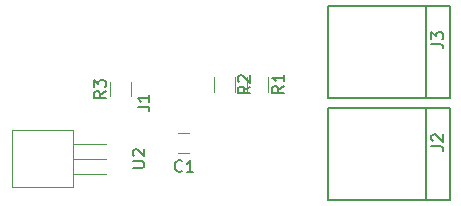
<source format=gbr>
G04 #@! TF.GenerationSoftware,KiCad,Pcbnew,(5.1.2)-2*
G04 #@! TF.CreationDate,2019-10-10T13:12:07+11:00*
G04 #@! TF.ProjectId,BoSL Probe,426f534c-2050-4726-9f62-652e6b696361,rev?*
G04 #@! TF.SameCoordinates,Original*
G04 #@! TF.FileFunction,Legend,Top*
G04 #@! TF.FilePolarity,Positive*
%FSLAX46Y46*%
G04 Gerber Fmt 4.6, Leading zero omitted, Abs format (unit mm)*
G04 Created by KiCad (PCBNEW (5.1.2)-2) date 2019-10-10 13:12:07*
%MOMM*%
%LPD*%
G04 APERTURE LIST*
%ADD10C,0.120000*%
%ADD11C,0.150000*%
G04 APERTURE END LIST*
D10*
X108050000Y-104250000D02*
X109050000Y-104250000D01*
X109050000Y-102550000D02*
X108050000Y-102550000D01*
X113920000Y-99050000D02*
X113920000Y-97850000D01*
X115680000Y-97850000D02*
X115680000Y-99050000D01*
X111120000Y-99050000D02*
X111120000Y-97850000D01*
X112880000Y-97850000D02*
X112880000Y-99050000D01*
X102320000Y-99450000D02*
X102320000Y-98250000D01*
X104080000Y-98250000D02*
X104080000Y-99450000D01*
X94000000Y-107130000D02*
X99190000Y-107130000D01*
X94000000Y-102330000D02*
X94000000Y-107130000D01*
X99190000Y-102330000D02*
X94000000Y-102330000D01*
X99190000Y-107130000D02*
X99190000Y-102330000D01*
X101980000Y-103460000D02*
X99190000Y-103460000D01*
X101980000Y-104730000D02*
X99190000Y-104730000D01*
X101980000Y-106000000D02*
X99190000Y-106000000D01*
D11*
X131080000Y-100400000D02*
X131080000Y-108240000D01*
X129080000Y-100400000D02*
X129080000Y-108240000D01*
X120780000Y-100400000D02*
X120780000Y-108240000D01*
X129080000Y-100400000D02*
X131080000Y-100400000D01*
X129080000Y-108240000D02*
X131080000Y-108240000D01*
X129080000Y-100400000D02*
X120780000Y-100400000D01*
X129080000Y-108240000D02*
X120780000Y-108240000D01*
X129080000Y-99600000D02*
X120780000Y-99600000D01*
X129080000Y-91760000D02*
X120780000Y-91760000D01*
X129080000Y-99600000D02*
X131080000Y-99600000D01*
X129080000Y-91760000D02*
X131080000Y-91760000D01*
X120780000Y-91760000D02*
X120780000Y-99600000D01*
X129080000Y-91760000D02*
X129080000Y-99600000D01*
X131080000Y-91760000D02*
X131080000Y-99600000D01*
X108433333Y-105757142D02*
X108385714Y-105804761D01*
X108242857Y-105852380D01*
X108147619Y-105852380D01*
X108004761Y-105804761D01*
X107909523Y-105709523D01*
X107861904Y-105614285D01*
X107814285Y-105423809D01*
X107814285Y-105280952D01*
X107861904Y-105090476D01*
X107909523Y-104995238D01*
X108004761Y-104900000D01*
X108147619Y-104852380D01*
X108242857Y-104852380D01*
X108385714Y-104900000D01*
X108433333Y-104947619D01*
X109385714Y-105852380D02*
X108814285Y-105852380D01*
X109100000Y-105852380D02*
X109100000Y-104852380D01*
X109004761Y-104995238D01*
X108909523Y-105090476D01*
X108814285Y-105138095D01*
X104652380Y-100333333D02*
X105366666Y-100333333D01*
X105509523Y-100380952D01*
X105604761Y-100476190D01*
X105652380Y-100619047D01*
X105652380Y-100714285D01*
X105652380Y-99333333D02*
X105652380Y-99904761D01*
X105652380Y-99619047D02*
X104652380Y-99619047D01*
X104795238Y-99714285D01*
X104890476Y-99809523D01*
X104938095Y-99904761D01*
X117052380Y-98566666D02*
X116576190Y-98900000D01*
X117052380Y-99138095D02*
X116052380Y-99138095D01*
X116052380Y-98757142D01*
X116100000Y-98661904D01*
X116147619Y-98614285D01*
X116242857Y-98566666D01*
X116385714Y-98566666D01*
X116480952Y-98614285D01*
X116528571Y-98661904D01*
X116576190Y-98757142D01*
X116576190Y-99138095D01*
X117052380Y-97614285D02*
X117052380Y-98185714D01*
X117052380Y-97900000D02*
X116052380Y-97900000D01*
X116195238Y-97995238D01*
X116290476Y-98090476D01*
X116338095Y-98185714D01*
X114152380Y-98616666D02*
X113676190Y-98950000D01*
X114152380Y-99188095D02*
X113152380Y-99188095D01*
X113152380Y-98807142D01*
X113200000Y-98711904D01*
X113247619Y-98664285D01*
X113342857Y-98616666D01*
X113485714Y-98616666D01*
X113580952Y-98664285D01*
X113628571Y-98711904D01*
X113676190Y-98807142D01*
X113676190Y-99188095D01*
X113247619Y-98235714D02*
X113200000Y-98188095D01*
X113152380Y-98092857D01*
X113152380Y-97854761D01*
X113200000Y-97759523D01*
X113247619Y-97711904D01*
X113342857Y-97664285D01*
X113438095Y-97664285D01*
X113580952Y-97711904D01*
X114152380Y-98283333D01*
X114152380Y-97664285D01*
X101952380Y-99016666D02*
X101476190Y-99350000D01*
X101952380Y-99588095D02*
X100952380Y-99588095D01*
X100952380Y-99207142D01*
X101000000Y-99111904D01*
X101047619Y-99064285D01*
X101142857Y-99016666D01*
X101285714Y-99016666D01*
X101380952Y-99064285D01*
X101428571Y-99111904D01*
X101476190Y-99207142D01*
X101476190Y-99588095D01*
X100952380Y-98683333D02*
X100952380Y-98064285D01*
X101333333Y-98397619D01*
X101333333Y-98254761D01*
X101380952Y-98159523D01*
X101428571Y-98111904D01*
X101523809Y-98064285D01*
X101761904Y-98064285D01*
X101857142Y-98111904D01*
X101904761Y-98159523D01*
X101952380Y-98254761D01*
X101952380Y-98540476D01*
X101904761Y-98635714D01*
X101857142Y-98683333D01*
X104232380Y-105491904D02*
X105041904Y-105491904D01*
X105137142Y-105444285D01*
X105184761Y-105396666D01*
X105232380Y-105301428D01*
X105232380Y-105110952D01*
X105184761Y-105015714D01*
X105137142Y-104968095D01*
X105041904Y-104920476D01*
X104232380Y-104920476D01*
X104327619Y-104491904D02*
X104280000Y-104444285D01*
X104232380Y-104349047D01*
X104232380Y-104110952D01*
X104280000Y-104015714D01*
X104327619Y-103968095D01*
X104422857Y-103920476D01*
X104518095Y-103920476D01*
X104660952Y-103968095D01*
X105232380Y-104539523D01*
X105232380Y-103920476D01*
X129532380Y-103653333D02*
X130246666Y-103653333D01*
X130389523Y-103700952D01*
X130484761Y-103796190D01*
X130532380Y-103939047D01*
X130532380Y-104034285D01*
X129627619Y-103224761D02*
X129580000Y-103177142D01*
X129532380Y-103081904D01*
X129532380Y-102843809D01*
X129580000Y-102748571D01*
X129627619Y-102700952D01*
X129722857Y-102653333D01*
X129818095Y-102653333D01*
X129960952Y-102700952D01*
X130532380Y-103272380D01*
X130532380Y-102653333D01*
X129532380Y-95013333D02*
X130246666Y-95013333D01*
X130389523Y-95060952D01*
X130484761Y-95156190D01*
X130532380Y-95299047D01*
X130532380Y-95394285D01*
X129532380Y-94632380D02*
X129532380Y-94013333D01*
X129913333Y-94346666D01*
X129913333Y-94203809D01*
X129960952Y-94108571D01*
X130008571Y-94060952D01*
X130103809Y-94013333D01*
X130341904Y-94013333D01*
X130437142Y-94060952D01*
X130484761Y-94108571D01*
X130532380Y-94203809D01*
X130532380Y-94489523D01*
X130484761Y-94584761D01*
X130437142Y-94632380D01*
M02*

</source>
